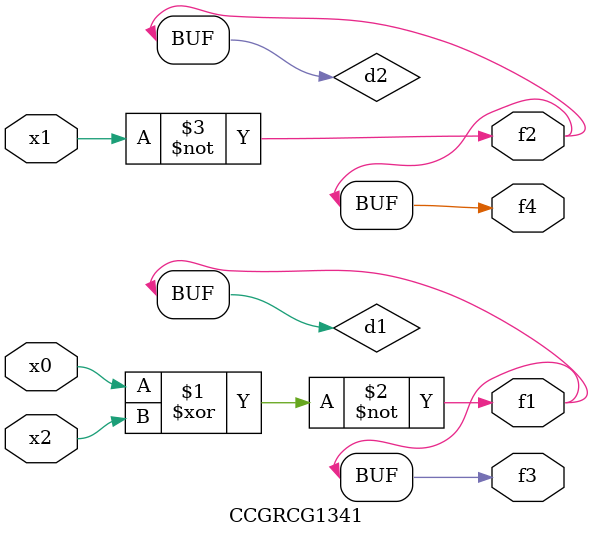
<source format=v>
module CCGRCG1341(
	input x0, x1, x2,
	output f1, f2, f3, f4
);

	wire d1, d2, d3;

	xnor (d1, x0, x2);
	nand (d2, x1);
	nor (d3, x1, x2);
	assign f1 = d1;
	assign f2 = d2;
	assign f3 = d1;
	assign f4 = d2;
endmodule

</source>
